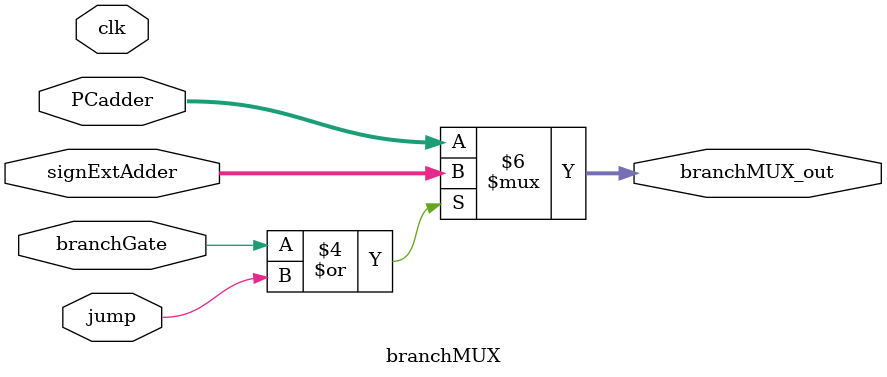
<source format=v>
`timescale 1ns / 1ps
module branchMUX( 
input [15:0] PCadder,
input [15:0] signExtAdder,
input branchGate,
input jump,
input clk,
output reg [15:0] branchMUX_out
);

//assign PCadder = 0; //testing
//assign branchGate = 0; //testing
//assign jump = 0; //testing

always @(clk) //signExtAdder&PCadder&branchGate
begin
if (branchGate == 1 | jump == 1) begin
branchMUX_out = signExtAdder;
end
else begin
branchMUX_out = PCadder;
end
end

endmodule
</source>
